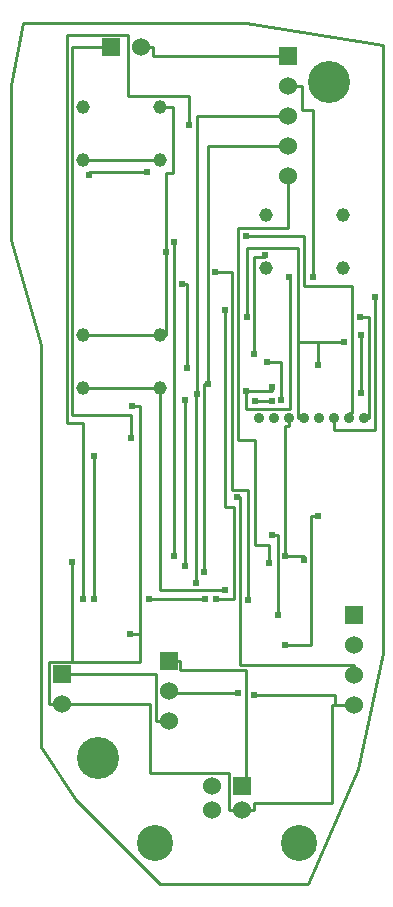
<source format=gbr>
G04 start of page 2 for group 0 idx 0
G04 Title: (unknown), solder *
G04 Creator: pcb 20080202 *
G04 CreationDate: Mon 07 Jul 2008 02:37:13 PM GMT UTC *
G04 For: sean *
G04 Format: Gerber/RS-274X *
G04 PCB-Dimensions: 130000 290000 *
G04 PCB-Coordinate-Origin: lower left *
%MOIN*%
%FSLAX24Y24*%
%LNBACK*%
%ADD11C,0.0100*%
%ADD12C,0.0600*%
%ADD13C,0.0200*%
%ADD14C,0.0360*%
%ADD15C,0.0460*%
%ADD16C,0.1200*%
%ADD17C,0.1400*%
%ADD18C,0.0240*%
%ADD19C,0.0380*%
%ADD20C,0.0300*%
%ADD21C,0.0280*%
%ADD22C,0.0900*%
%ADD23C,0.0180*%
G54D11*X700Y28840D02*X300Y26760D01*
X2901Y23859D02*X4839D01*
X2710Y24254D02*X5269D01*
X2170Y23714D02*X2170D01*
X2170Y28440D02*Y23714D01*
X5030Y28010D02*Y27740D01*
X9320Y17542D02*Y16270D01*
Y17542D02*X8838D01*
X10531Y18159D02*Y17435D01*
X9929Y18208D02*X11395D01*
X2720Y15485D02*X2170D01*
Y23714D02*Y15485D01*
X6492Y25740D02*Y16470D01*
X5480Y23814D02*Y18423D01*
Y23814D02*X5709D01*
X5270Y16652D02*X2711D01*
X4335Y16075D02*X4600D01*
X2711Y18423D02*X5480D01*
X6742Y16800D02*X6860D01*
Y24740D01*
X7110Y20520D02*X7678D01*
X8780Y21082D02*Y21012D01*
X8412D02*X8780D01*
X8412D02*Y17797D01*
X10060Y21733D02*X8154D01*
X7858Y21983D02*X9530D01*
X300Y26760D02*Y21580D01*
X2350Y23894D02*X2350D01*
X2350Y28010D02*Y23894D01*
X2901Y23859D02*Y23744D01*
X5030Y27740D02*X9530D01*
X5709Y23814D02*Y26025D01*
X5269D01*
X12690Y28100D02*X8150Y28840D01*
X9530Y21983D02*Y23740D01*
X10370Y25940D02*X10010D01*
Y26740D02*Y25940D01*
Y26740D02*X9530D01*
X6242Y26385D02*Y25438D01*
X6860Y24740D02*X9530D01*
X6492Y25740D02*X9530D01*
X8150Y28840D02*X700D01*
X2350Y28010D02*X3650D01*
X2170Y28440D02*X4220D01*
Y26385D01*
X6242D01*
X4650Y28010D02*X5030D01*
X10220Y130D02*X5270D01*
X2470Y2920D01*
X8390Y2590D02*X7709D01*
X2470Y2920D02*X1310Y4700D01*
X5560Y7550D02*X5940D01*
Y7250D01*
X5130Y7110D02*Y5550D01*
X5560D01*
Y6550D02*Y6500D01*
X1990Y7110D02*X5130D01*
X1990Y6110D02*X4950D01*
X4600Y7540D02*X1560D01*
Y6110D01*
X1990D01*
X4950D02*Y3820D01*
X7580D01*
Y2590D01*
X8428Y16232D02*Y16226D01*
X7858Y14920D02*X8440D01*
X7858D02*Y21983D01*
X8143Y16546D02*Y15968D01*
X9000Y16232D02*Y16232D01*
X8993Y11755D02*X9200D01*
Y9100D01*
X8892Y11425D02*Y10837D01*
X8440Y11425D02*X8892D01*
X8440Y14920D02*Y11425D01*
X8999Y16709D02*Y16546D01*
X8143D02*X8999D01*
X7678Y13265D02*X8220D01*
X7825Y13015D02*X7930D01*
Y7430D01*
X8220Y13265D02*Y9595D01*
X1310Y4700D02*Y18070D01*
X4295Y15745D02*Y15005D01*
Y15745D02*X2350D01*
X3072Y14377D02*Y9637D01*
X2335Y10865D02*Y7540D01*
X300Y21580D02*X1310Y18080D01*
X6165Y20120D02*Y17330D01*
Y20120D02*X5989D01*
X5990D01*
X2350Y15745D02*Y23894D01*
X6112Y16255D02*Y10711D01*
X4280Y8475D02*X4600D01*
Y16075D02*Y7540D01*
X11880Y3970D02*X12690Y7840D01*
X11730Y7430D02*Y7080D01*
X11106Y6420D02*Y6080D01*
X7870Y6500D02*X5560D01*
X5940Y7250D02*X8150D01*
Y3390D01*
X7930Y7430D02*X11730D01*
X8410Y6420D02*X11106D01*
X10988Y6080D02*X11730D01*
X10220Y130D02*X11880Y3970D01*
X8010Y3390D02*X8150D01*
X7580Y2590D02*X7709D01*
X8390Y2810D02*Y2590D01*
Y2810D02*X10988D01*
Y6080D02*Y2810D01*
X12690Y7840D02*Y28100D01*
X11666Y20072D02*X10060D01*
Y21733D02*Y20072D01*
X8162Y21332D02*Y19035D01*
Y21332D02*X9880D01*
X9569Y20362D02*X9615D01*
X9569D02*X9570D01*
X11666Y15830D02*Y20072D01*
X12439Y15260D02*Y19680D01*
X11979Y18430D02*Y16509D01*
X11940Y19010D02*X12237D01*
Y15650D01*
X12070D02*X12237D01*
X10370Y25940D02*Y20362D01*
X9450Y11053D02*X10056D01*
Y10933D01*
X9450Y15390D02*Y11053D01*
X9880Y21332D02*Y15650D01*
X11570Y15830D02*Y15650D01*
Y15830D02*X11666D01*
X11070Y15650D02*Y15260D01*
X12439D01*
X9570Y15650D02*Y15390D01*
X9450D02*X9570D01*
X9880Y15650D02*X10070D01*
X2720Y9637D02*Y15485D01*
X10306Y12385D02*X10526D01*
X7723Y12685D02*Y9619D01*
X7428Y12685D02*X7723D01*
X5270Y9924D02*X7446D01*
X7126Y9619D02*X7723D01*
X6742Y16800D02*Y10531D01*
X6480Y16470D02*X6492D01*
X6480D02*Y10174D01*
X5270Y9924D02*Y16652D01*
X4905Y9619D02*X6768D01*
X8428Y16232D02*X9000D01*
X8143Y15968D02*X9615D01*
X5740Y11069D02*X5740D01*
X10306Y12385D02*Y8105D01*
X9450D01*
X9615Y15968D02*Y20362D01*
X7428Y12685D02*Y19250D01*
X5740Y21520D02*Y11069D01*
X7678Y20520D02*Y13265D01*
G54D12*X11730Y8080D03*
Y6080D03*
G54D13*G36*
X11430Y9380D02*Y8780D01*
X12030D01*
Y9380D01*
X11430D01*
G37*
G54D14*X8570Y15650D03*
X9070D03*
X9570D03*
X10070D03*
X10570D03*
X11070D03*
X11570D03*
X12070D03*
G54D15*X2711Y18423D03*
X5270D03*
Y16652D03*
X2711D03*
X2710Y26025D03*
Y24254D03*
G54D12*X11730Y7080D03*
G54D13*G36*
X1690Y7410D02*Y6810D01*
X2290D01*
Y7410D01*
X1690D01*
G37*
G36*
X5260Y7850D02*Y7250D01*
X5860D01*
Y7850D01*
X5260D01*
G37*
G54D12*X1990Y6110D03*
X5560Y6550D03*
Y5550D03*
G54D13*G36*
X7710Y3690D02*Y3090D01*
X8310D01*
Y3690D01*
X7710D01*
G37*
G54D12*X7010Y3390D03*
Y2590D03*
X8010D03*
G54D16*X9910Y1490D03*
X5110D03*
G54D13*G36*
X3350Y28310D02*Y27710D01*
X3950D01*
Y28310D01*
X3350D01*
G37*
G54D12*X4650Y28010D03*
G54D13*G36*
X9230Y28040D02*Y27440D01*
X9830D01*
Y28040D01*
X9230D01*
G37*
G54D12*X9530Y26740D03*
Y25740D03*
G54D15*X5269Y26025D03*
Y24254D03*
G54D12*X9530Y24740D03*
Y23740D03*
G54D15*X8810Y22423D03*
X11369D03*
Y20652D03*
X8810D03*
G54D17*X3190Y4340D03*
G54D18*X3072Y9637D03*
X2720D03*
X2335Y10865D03*
G54D17*X10890Y26850D03*
G54D18*X6242Y25438D03*
X12439Y19680D03*
X11979Y16509D03*
Y18430D03*
X11940Y19010D03*
X11395Y18208D03*
X5990Y20120D03*
X8154Y21733D03*
X8162Y19035D03*
X7428Y19250D03*
X7110Y20520D03*
X9570Y20362D03*
X10370D03*
X2901Y23744D03*
X4839Y23859D03*
X5740Y21520D03*
X5480Y21189D03*
X8780Y21082D03*
X6165Y17330D03*
X6860Y16800D03*
X9320Y16270D03*
X10531Y17435D03*
X9000Y16232D03*
X8999Y16709D03*
X4295Y15005D03*
X3072Y14377D03*
X7825Y13015D03*
X10526Y12385D03*
X8838Y17542D03*
X8428Y16226D03*
X8143Y16546D03*
X8412Y17797D03*
X6112Y16255D03*
X6492Y16470D03*
X4335Y16075D03*
X9450Y11053D03*
X8993Y11755D03*
X10056Y10933D03*
X9200Y9100D03*
X8892Y10837D03*
X9450Y8105D03*
X7870Y6500D03*
X8410Y6420D03*
X6112Y10711D03*
X6742Y10531D03*
X6480Y10174D03*
X7446Y9924D03*
X7126Y9619D03*
X5740Y11069D03*
X6768Y9619D03*
X4905D03*
X8220Y9595D03*
X4280Y8475D03*
G54D19*G54D13*G54D20*G54D19*G54D21*G54D22*G54D19*G54D20*G54D19*G54D20*G54D16*G54D23*G54D16*G54D23*M02*

</source>
